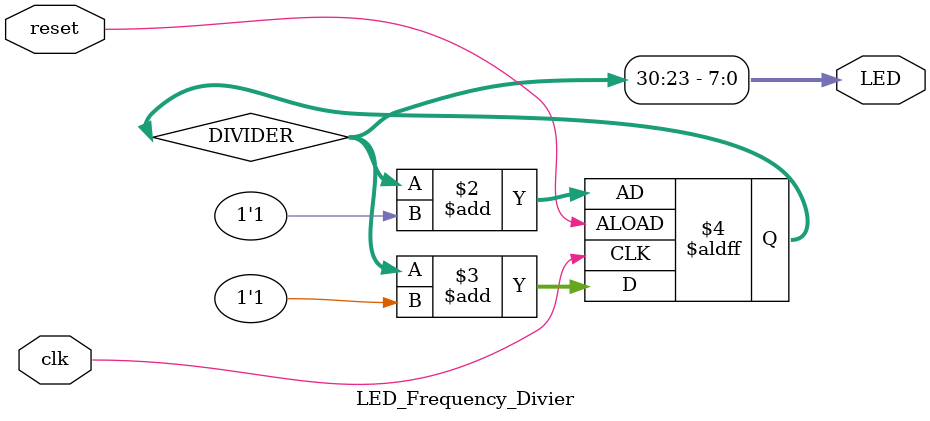
<source format=v>
`timescale 1ns / 1ps


module LED_Frequency_Divier(
    input clk,
    input reset,
    output [7:0] LED
    );
   
reg [30:1] DIVIDER;

// Frequency Generator

always @(posedge clk or posedge reset)
    begin  
        if(reset)
            DIVIDER <= DIVIDER + 1'b1;
        else
            DIVIDER <= DIVIDER + 1'b1;
        end
        
assign LED[0] = DIVIDER[23],
       LED[1] = DIVIDER[24],
       LED[2] = DIVIDER[25],
       LED[3] = DIVIDER[26],
       LED[4] = DIVIDER[27],
       LED[5] = DIVIDER[28],
       LED[6] = DIVIDER[29],
       LED[7] = DIVIDER[30];       

endmodule
</source>
